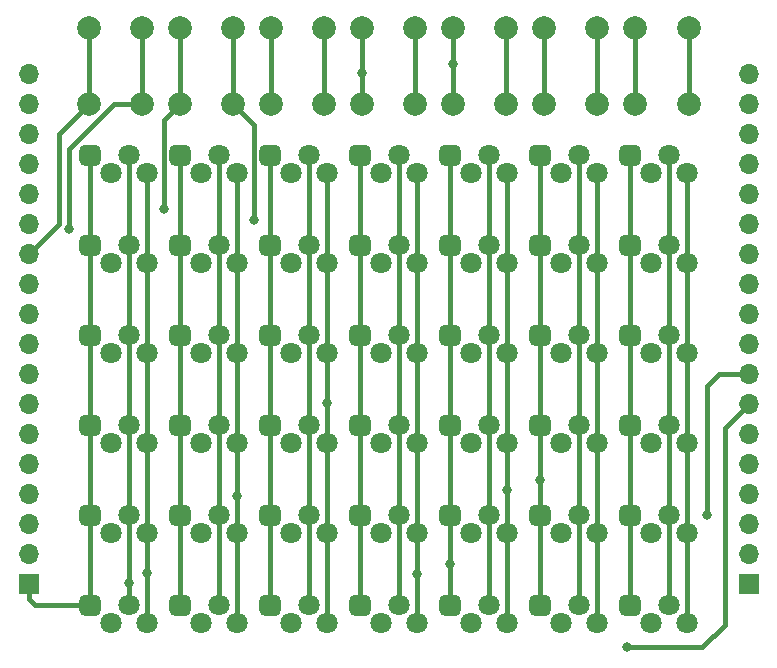
<source format=gbr>
G04 #@! TF.GenerationSoftware,KiCad,Pcbnew,5.1.6+dfsg1-1*
G04 #@! TF.CreationDate,2020-07-01T01:52:50-04:00*
G04 #@! TF.ProjectId,PCB,5043422e-6b69-4636-9164-5f7063625858,rev?*
G04 #@! TF.SameCoordinates,Original*
G04 #@! TF.FileFunction,Copper,L2,Bot*
G04 #@! TF.FilePolarity,Positive*
%FSLAX46Y46*%
G04 Gerber Fmt 4.6, Leading zero omitted, Abs format (unit mm)*
G04 Created by KiCad (PCBNEW 5.1.6+dfsg1-1) date 2020-07-01 01:52:50*
%MOMM*%
%LPD*%
G01*
G04 APERTURE LIST*
G04 #@! TA.AperFunction,ComponentPad*
%ADD10C,2.000000*%
G04 #@! TD*
G04 #@! TA.AperFunction,ComponentPad*
%ADD11O,1.700000X1.700000*%
G04 #@! TD*
G04 #@! TA.AperFunction,ComponentPad*
%ADD12R,1.700000X1.700000*%
G04 #@! TD*
G04 #@! TA.AperFunction,ComponentPad*
%ADD13C,1.800000*%
G04 #@! TD*
G04 #@! TA.AperFunction,ViaPad*
%ADD14C,0.800000*%
G04 #@! TD*
G04 #@! TA.AperFunction,Conductor*
%ADD15C,0.381000*%
G04 #@! TD*
G04 APERTURE END LIST*
D10*
X236800000Y-53190000D03*
X241300000Y-53190000D03*
X236800000Y-59690000D03*
X241300000Y-59690000D03*
X229083330Y-53190000D03*
X233583330Y-53190000D03*
X229083330Y-59690000D03*
X233583330Y-59690000D03*
X221366664Y-53190000D03*
X225866664Y-53190000D03*
X221366664Y-59690000D03*
X225866664Y-59690000D03*
X213649998Y-53190000D03*
X218149998Y-53190000D03*
X213649998Y-59690000D03*
X218149998Y-59690000D03*
X205933332Y-53190000D03*
X210433332Y-53190000D03*
X205933332Y-59690000D03*
X210433332Y-59690000D03*
X198216666Y-53190000D03*
X202716666Y-53190000D03*
X198216666Y-59690000D03*
X202716666Y-59690000D03*
X190500000Y-53190000D03*
X195000000Y-53190000D03*
X190500000Y-59690000D03*
X195000000Y-59690000D03*
D11*
X246380000Y-57150000D03*
X246380000Y-59690000D03*
X246380000Y-62230000D03*
X246380000Y-64770000D03*
X246380000Y-67310000D03*
X246380000Y-69850000D03*
X246380000Y-72390000D03*
X246380000Y-74930000D03*
X246380000Y-77470000D03*
X246380000Y-80010000D03*
X246380000Y-82550000D03*
X246380000Y-85090000D03*
X246380000Y-87630000D03*
X246380000Y-90170000D03*
X246380000Y-92710000D03*
X246380000Y-95250000D03*
X246380000Y-97790000D03*
D12*
X246380000Y-100330000D03*
X185420000Y-100330000D03*
D11*
X185420000Y-97790000D03*
X185420000Y-95250000D03*
X185420000Y-92710000D03*
X185420000Y-90170000D03*
X185420000Y-87630000D03*
X185420000Y-85090000D03*
X185420000Y-82550000D03*
X185420000Y-80010000D03*
X185420000Y-77470000D03*
X185420000Y-74930000D03*
X185420000Y-72390000D03*
X185420000Y-69850000D03*
X185420000Y-67310000D03*
X185420000Y-64770000D03*
X185420000Y-62230000D03*
X185420000Y-59690000D03*
X185420000Y-57150000D03*
G04 #@! TA.AperFunction,ComponentPad*
G36*
G01*
X204967000Y-102558000D02*
X204967000Y-101658000D01*
G75*
G02*
X205417000Y-101208000I450000J0D01*
G01*
X206317000Y-101208000D01*
G75*
G02*
X206767000Y-101658000I0J-450000D01*
G01*
X206767000Y-102558000D01*
G75*
G02*
X206317000Y-103008000I-450000J0D01*
G01*
X205417000Y-103008000D01*
G75*
G02*
X204967000Y-102558000I0J450000D01*
G01*
G37*
G04 #@! TD.AperFunction*
D13*
X207645000Y-103632000D03*
X209169000Y-102108000D03*
X210693000Y-103632000D03*
G04 #@! TA.AperFunction,ComponentPad*
G36*
G01*
X235447000Y-102558000D02*
X235447000Y-101658000D01*
G75*
G02*
X235897000Y-101208000I450000J0D01*
G01*
X236797000Y-101208000D01*
G75*
G02*
X237247000Y-101658000I0J-450000D01*
G01*
X237247000Y-102558000D01*
G75*
G02*
X236797000Y-103008000I-450000J0D01*
G01*
X235897000Y-103008000D01*
G75*
G02*
X235447000Y-102558000I0J450000D01*
G01*
G37*
G04 #@! TD.AperFunction*
X238125000Y-103632000D03*
X239649000Y-102108000D03*
X241173000Y-103632000D03*
G04 #@! TA.AperFunction,ComponentPad*
G36*
G01*
X227827000Y-102558000D02*
X227827000Y-101658000D01*
G75*
G02*
X228277000Y-101208000I450000J0D01*
G01*
X229177000Y-101208000D01*
G75*
G02*
X229627000Y-101658000I0J-450000D01*
G01*
X229627000Y-102558000D01*
G75*
G02*
X229177000Y-103008000I-450000J0D01*
G01*
X228277000Y-103008000D01*
G75*
G02*
X227827000Y-102558000I0J450000D01*
G01*
G37*
G04 #@! TD.AperFunction*
X230505000Y-103632000D03*
X232029000Y-102108000D03*
X233553000Y-103632000D03*
G04 #@! TA.AperFunction,ComponentPad*
G36*
G01*
X220207000Y-102558000D02*
X220207000Y-101658000D01*
G75*
G02*
X220657000Y-101208000I450000J0D01*
G01*
X221557000Y-101208000D01*
G75*
G02*
X222007000Y-101658000I0J-450000D01*
G01*
X222007000Y-102558000D01*
G75*
G02*
X221557000Y-103008000I-450000J0D01*
G01*
X220657000Y-103008000D01*
G75*
G02*
X220207000Y-102558000I0J450000D01*
G01*
G37*
G04 #@! TD.AperFunction*
X222885000Y-103632000D03*
X224409000Y-102108000D03*
X225933000Y-103632000D03*
G04 #@! TA.AperFunction,ComponentPad*
G36*
G01*
X212587000Y-102558000D02*
X212587000Y-101658000D01*
G75*
G02*
X213037000Y-101208000I450000J0D01*
G01*
X213937000Y-101208000D01*
G75*
G02*
X214387000Y-101658000I0J-450000D01*
G01*
X214387000Y-102558000D01*
G75*
G02*
X213937000Y-103008000I-450000J0D01*
G01*
X213037000Y-103008000D01*
G75*
G02*
X212587000Y-102558000I0J450000D01*
G01*
G37*
G04 #@! TD.AperFunction*
X215265000Y-103632000D03*
X216789000Y-102108000D03*
X218313000Y-103632000D03*
G04 #@! TA.AperFunction,ComponentPad*
G36*
G01*
X197347000Y-102558000D02*
X197347000Y-101658000D01*
G75*
G02*
X197797000Y-101208000I450000J0D01*
G01*
X198697000Y-101208000D01*
G75*
G02*
X199147000Y-101658000I0J-450000D01*
G01*
X199147000Y-102558000D01*
G75*
G02*
X198697000Y-103008000I-450000J0D01*
G01*
X197797000Y-103008000D01*
G75*
G02*
X197347000Y-102558000I0J450000D01*
G01*
G37*
G04 #@! TD.AperFunction*
X200025000Y-103632000D03*
X201549000Y-102108000D03*
X203073000Y-103632000D03*
G04 #@! TA.AperFunction,ComponentPad*
G36*
G01*
X189727000Y-102558000D02*
X189727000Y-101658000D01*
G75*
G02*
X190177000Y-101208000I450000J0D01*
G01*
X191077000Y-101208000D01*
G75*
G02*
X191527000Y-101658000I0J-450000D01*
G01*
X191527000Y-102558000D01*
G75*
G02*
X191077000Y-103008000I-450000J0D01*
G01*
X190177000Y-103008000D01*
G75*
G02*
X189727000Y-102558000I0J450000D01*
G01*
G37*
G04 #@! TD.AperFunction*
X192405000Y-103632000D03*
X193929000Y-102108000D03*
X195453000Y-103632000D03*
G04 #@! TA.AperFunction,ComponentPad*
G36*
G01*
X235447000Y-94938000D02*
X235447000Y-94038000D01*
G75*
G02*
X235897000Y-93588000I450000J0D01*
G01*
X236797000Y-93588000D01*
G75*
G02*
X237247000Y-94038000I0J-450000D01*
G01*
X237247000Y-94938000D01*
G75*
G02*
X236797000Y-95388000I-450000J0D01*
G01*
X235897000Y-95388000D01*
G75*
G02*
X235447000Y-94938000I0J450000D01*
G01*
G37*
G04 #@! TD.AperFunction*
X238125000Y-96012000D03*
X239649000Y-94488000D03*
X241173000Y-96012000D03*
G04 #@! TA.AperFunction,ComponentPad*
G36*
G01*
X227827000Y-94938000D02*
X227827000Y-94038000D01*
G75*
G02*
X228277000Y-93588000I450000J0D01*
G01*
X229177000Y-93588000D01*
G75*
G02*
X229627000Y-94038000I0J-450000D01*
G01*
X229627000Y-94938000D01*
G75*
G02*
X229177000Y-95388000I-450000J0D01*
G01*
X228277000Y-95388000D01*
G75*
G02*
X227827000Y-94938000I0J450000D01*
G01*
G37*
G04 #@! TD.AperFunction*
X230505000Y-96012000D03*
X232029000Y-94488000D03*
X233553000Y-96012000D03*
G04 #@! TA.AperFunction,ComponentPad*
G36*
G01*
X220207000Y-94938000D02*
X220207000Y-94038000D01*
G75*
G02*
X220657000Y-93588000I450000J0D01*
G01*
X221557000Y-93588000D01*
G75*
G02*
X222007000Y-94038000I0J-450000D01*
G01*
X222007000Y-94938000D01*
G75*
G02*
X221557000Y-95388000I-450000J0D01*
G01*
X220657000Y-95388000D01*
G75*
G02*
X220207000Y-94938000I0J450000D01*
G01*
G37*
G04 #@! TD.AperFunction*
X222885000Y-96012000D03*
X224409000Y-94488000D03*
X225933000Y-96012000D03*
G04 #@! TA.AperFunction,ComponentPad*
G36*
G01*
X212587000Y-94938000D02*
X212587000Y-94038000D01*
G75*
G02*
X213037000Y-93588000I450000J0D01*
G01*
X213937000Y-93588000D01*
G75*
G02*
X214387000Y-94038000I0J-450000D01*
G01*
X214387000Y-94938000D01*
G75*
G02*
X213937000Y-95388000I-450000J0D01*
G01*
X213037000Y-95388000D01*
G75*
G02*
X212587000Y-94938000I0J450000D01*
G01*
G37*
G04 #@! TD.AperFunction*
X215265000Y-96012000D03*
X216789000Y-94488000D03*
X218313000Y-96012000D03*
G04 #@! TA.AperFunction,ComponentPad*
G36*
G01*
X204967000Y-94938000D02*
X204967000Y-94038000D01*
G75*
G02*
X205417000Y-93588000I450000J0D01*
G01*
X206317000Y-93588000D01*
G75*
G02*
X206767000Y-94038000I0J-450000D01*
G01*
X206767000Y-94938000D01*
G75*
G02*
X206317000Y-95388000I-450000J0D01*
G01*
X205417000Y-95388000D01*
G75*
G02*
X204967000Y-94938000I0J450000D01*
G01*
G37*
G04 #@! TD.AperFunction*
X207645000Y-96012000D03*
X209169000Y-94488000D03*
X210693000Y-96012000D03*
G04 #@! TA.AperFunction,ComponentPad*
G36*
G01*
X197347000Y-94938000D02*
X197347000Y-94038000D01*
G75*
G02*
X197797000Y-93588000I450000J0D01*
G01*
X198697000Y-93588000D01*
G75*
G02*
X199147000Y-94038000I0J-450000D01*
G01*
X199147000Y-94938000D01*
G75*
G02*
X198697000Y-95388000I-450000J0D01*
G01*
X197797000Y-95388000D01*
G75*
G02*
X197347000Y-94938000I0J450000D01*
G01*
G37*
G04 #@! TD.AperFunction*
X200025000Y-96012000D03*
X201549000Y-94488000D03*
X203073000Y-96012000D03*
G04 #@! TA.AperFunction,ComponentPad*
G36*
G01*
X189727000Y-94938000D02*
X189727000Y-94038000D01*
G75*
G02*
X190177000Y-93588000I450000J0D01*
G01*
X191077000Y-93588000D01*
G75*
G02*
X191527000Y-94038000I0J-450000D01*
G01*
X191527000Y-94938000D01*
G75*
G02*
X191077000Y-95388000I-450000J0D01*
G01*
X190177000Y-95388000D01*
G75*
G02*
X189727000Y-94938000I0J450000D01*
G01*
G37*
G04 #@! TD.AperFunction*
X192405000Y-96012000D03*
X193929000Y-94488000D03*
X195453000Y-96012000D03*
G04 #@! TA.AperFunction,ComponentPad*
G36*
G01*
X235447000Y-87318000D02*
X235447000Y-86418000D01*
G75*
G02*
X235897000Y-85968000I450000J0D01*
G01*
X236797000Y-85968000D01*
G75*
G02*
X237247000Y-86418000I0J-450000D01*
G01*
X237247000Y-87318000D01*
G75*
G02*
X236797000Y-87768000I-450000J0D01*
G01*
X235897000Y-87768000D01*
G75*
G02*
X235447000Y-87318000I0J450000D01*
G01*
G37*
G04 #@! TD.AperFunction*
X238125000Y-88392000D03*
X239649000Y-86868000D03*
X241173000Y-88392000D03*
G04 #@! TA.AperFunction,ComponentPad*
G36*
G01*
X227827000Y-87318000D02*
X227827000Y-86418000D01*
G75*
G02*
X228277000Y-85968000I450000J0D01*
G01*
X229177000Y-85968000D01*
G75*
G02*
X229627000Y-86418000I0J-450000D01*
G01*
X229627000Y-87318000D01*
G75*
G02*
X229177000Y-87768000I-450000J0D01*
G01*
X228277000Y-87768000D01*
G75*
G02*
X227827000Y-87318000I0J450000D01*
G01*
G37*
G04 #@! TD.AperFunction*
X230505000Y-88392000D03*
X232029000Y-86868000D03*
X233553000Y-88392000D03*
G04 #@! TA.AperFunction,ComponentPad*
G36*
G01*
X220207000Y-87318000D02*
X220207000Y-86418000D01*
G75*
G02*
X220657000Y-85968000I450000J0D01*
G01*
X221557000Y-85968000D01*
G75*
G02*
X222007000Y-86418000I0J-450000D01*
G01*
X222007000Y-87318000D01*
G75*
G02*
X221557000Y-87768000I-450000J0D01*
G01*
X220657000Y-87768000D01*
G75*
G02*
X220207000Y-87318000I0J450000D01*
G01*
G37*
G04 #@! TD.AperFunction*
X222885000Y-88392000D03*
X224409000Y-86868000D03*
X225933000Y-88392000D03*
G04 #@! TA.AperFunction,ComponentPad*
G36*
G01*
X212587000Y-87318000D02*
X212587000Y-86418000D01*
G75*
G02*
X213037000Y-85968000I450000J0D01*
G01*
X213937000Y-85968000D01*
G75*
G02*
X214387000Y-86418000I0J-450000D01*
G01*
X214387000Y-87318000D01*
G75*
G02*
X213937000Y-87768000I-450000J0D01*
G01*
X213037000Y-87768000D01*
G75*
G02*
X212587000Y-87318000I0J450000D01*
G01*
G37*
G04 #@! TD.AperFunction*
X215265000Y-88392000D03*
X216789000Y-86868000D03*
X218313000Y-88392000D03*
G04 #@! TA.AperFunction,ComponentPad*
G36*
G01*
X204967000Y-87318000D02*
X204967000Y-86418000D01*
G75*
G02*
X205417000Y-85968000I450000J0D01*
G01*
X206317000Y-85968000D01*
G75*
G02*
X206767000Y-86418000I0J-450000D01*
G01*
X206767000Y-87318000D01*
G75*
G02*
X206317000Y-87768000I-450000J0D01*
G01*
X205417000Y-87768000D01*
G75*
G02*
X204967000Y-87318000I0J450000D01*
G01*
G37*
G04 #@! TD.AperFunction*
X207645000Y-88392000D03*
X209169000Y-86868000D03*
X210693000Y-88392000D03*
G04 #@! TA.AperFunction,ComponentPad*
G36*
G01*
X197347000Y-87318000D02*
X197347000Y-86418000D01*
G75*
G02*
X197797000Y-85968000I450000J0D01*
G01*
X198697000Y-85968000D01*
G75*
G02*
X199147000Y-86418000I0J-450000D01*
G01*
X199147000Y-87318000D01*
G75*
G02*
X198697000Y-87768000I-450000J0D01*
G01*
X197797000Y-87768000D01*
G75*
G02*
X197347000Y-87318000I0J450000D01*
G01*
G37*
G04 #@! TD.AperFunction*
X200025000Y-88392000D03*
X201549000Y-86868000D03*
X203073000Y-88392000D03*
G04 #@! TA.AperFunction,ComponentPad*
G36*
G01*
X189727000Y-87318000D02*
X189727000Y-86418000D01*
G75*
G02*
X190177000Y-85968000I450000J0D01*
G01*
X191077000Y-85968000D01*
G75*
G02*
X191527000Y-86418000I0J-450000D01*
G01*
X191527000Y-87318000D01*
G75*
G02*
X191077000Y-87768000I-450000J0D01*
G01*
X190177000Y-87768000D01*
G75*
G02*
X189727000Y-87318000I0J450000D01*
G01*
G37*
G04 #@! TD.AperFunction*
X192405000Y-88392000D03*
X193929000Y-86868000D03*
X195453000Y-88392000D03*
G04 #@! TA.AperFunction,ComponentPad*
G36*
G01*
X235447000Y-79698000D02*
X235447000Y-78798000D01*
G75*
G02*
X235897000Y-78348000I450000J0D01*
G01*
X236797000Y-78348000D01*
G75*
G02*
X237247000Y-78798000I0J-450000D01*
G01*
X237247000Y-79698000D01*
G75*
G02*
X236797000Y-80148000I-450000J0D01*
G01*
X235897000Y-80148000D01*
G75*
G02*
X235447000Y-79698000I0J450000D01*
G01*
G37*
G04 #@! TD.AperFunction*
X238125000Y-80772000D03*
X239649000Y-79248000D03*
X241173000Y-80772000D03*
G04 #@! TA.AperFunction,ComponentPad*
G36*
G01*
X227827000Y-79698000D02*
X227827000Y-78798000D01*
G75*
G02*
X228277000Y-78348000I450000J0D01*
G01*
X229177000Y-78348000D01*
G75*
G02*
X229627000Y-78798000I0J-450000D01*
G01*
X229627000Y-79698000D01*
G75*
G02*
X229177000Y-80148000I-450000J0D01*
G01*
X228277000Y-80148000D01*
G75*
G02*
X227827000Y-79698000I0J450000D01*
G01*
G37*
G04 #@! TD.AperFunction*
X230505000Y-80772000D03*
X232029000Y-79248000D03*
X233553000Y-80772000D03*
G04 #@! TA.AperFunction,ComponentPad*
G36*
G01*
X220207000Y-79698000D02*
X220207000Y-78798000D01*
G75*
G02*
X220657000Y-78348000I450000J0D01*
G01*
X221557000Y-78348000D01*
G75*
G02*
X222007000Y-78798000I0J-450000D01*
G01*
X222007000Y-79698000D01*
G75*
G02*
X221557000Y-80148000I-450000J0D01*
G01*
X220657000Y-80148000D01*
G75*
G02*
X220207000Y-79698000I0J450000D01*
G01*
G37*
G04 #@! TD.AperFunction*
X222885000Y-80772000D03*
X224409000Y-79248000D03*
X225933000Y-80772000D03*
G04 #@! TA.AperFunction,ComponentPad*
G36*
G01*
X212587000Y-79698000D02*
X212587000Y-78798000D01*
G75*
G02*
X213037000Y-78348000I450000J0D01*
G01*
X213937000Y-78348000D01*
G75*
G02*
X214387000Y-78798000I0J-450000D01*
G01*
X214387000Y-79698000D01*
G75*
G02*
X213937000Y-80148000I-450000J0D01*
G01*
X213037000Y-80148000D01*
G75*
G02*
X212587000Y-79698000I0J450000D01*
G01*
G37*
G04 #@! TD.AperFunction*
X215265000Y-80772000D03*
X216789000Y-79248000D03*
X218313000Y-80772000D03*
G04 #@! TA.AperFunction,ComponentPad*
G36*
G01*
X204967000Y-79698000D02*
X204967000Y-78798000D01*
G75*
G02*
X205417000Y-78348000I450000J0D01*
G01*
X206317000Y-78348000D01*
G75*
G02*
X206767000Y-78798000I0J-450000D01*
G01*
X206767000Y-79698000D01*
G75*
G02*
X206317000Y-80148000I-450000J0D01*
G01*
X205417000Y-80148000D01*
G75*
G02*
X204967000Y-79698000I0J450000D01*
G01*
G37*
G04 #@! TD.AperFunction*
X207645000Y-80772000D03*
X209169000Y-79248000D03*
X210693000Y-80772000D03*
G04 #@! TA.AperFunction,ComponentPad*
G36*
G01*
X197347000Y-79698000D02*
X197347000Y-78798000D01*
G75*
G02*
X197797000Y-78348000I450000J0D01*
G01*
X198697000Y-78348000D01*
G75*
G02*
X199147000Y-78798000I0J-450000D01*
G01*
X199147000Y-79698000D01*
G75*
G02*
X198697000Y-80148000I-450000J0D01*
G01*
X197797000Y-80148000D01*
G75*
G02*
X197347000Y-79698000I0J450000D01*
G01*
G37*
G04 #@! TD.AperFunction*
X200025000Y-80772000D03*
X201549000Y-79248000D03*
X203073000Y-80772000D03*
G04 #@! TA.AperFunction,ComponentPad*
G36*
G01*
X189727000Y-79698000D02*
X189727000Y-78798000D01*
G75*
G02*
X190177000Y-78348000I450000J0D01*
G01*
X191077000Y-78348000D01*
G75*
G02*
X191527000Y-78798000I0J-450000D01*
G01*
X191527000Y-79698000D01*
G75*
G02*
X191077000Y-80148000I-450000J0D01*
G01*
X190177000Y-80148000D01*
G75*
G02*
X189727000Y-79698000I0J450000D01*
G01*
G37*
G04 #@! TD.AperFunction*
X192405000Y-80772000D03*
X193929000Y-79248000D03*
X195453000Y-80772000D03*
G04 #@! TA.AperFunction,ComponentPad*
G36*
G01*
X235447000Y-72078000D02*
X235447000Y-71178000D01*
G75*
G02*
X235897000Y-70728000I450000J0D01*
G01*
X236797000Y-70728000D01*
G75*
G02*
X237247000Y-71178000I0J-450000D01*
G01*
X237247000Y-72078000D01*
G75*
G02*
X236797000Y-72528000I-450000J0D01*
G01*
X235897000Y-72528000D01*
G75*
G02*
X235447000Y-72078000I0J450000D01*
G01*
G37*
G04 #@! TD.AperFunction*
X238125000Y-73152000D03*
X239649000Y-71628000D03*
X241173000Y-73152000D03*
G04 #@! TA.AperFunction,ComponentPad*
G36*
G01*
X227827000Y-72078000D02*
X227827000Y-71178000D01*
G75*
G02*
X228277000Y-70728000I450000J0D01*
G01*
X229177000Y-70728000D01*
G75*
G02*
X229627000Y-71178000I0J-450000D01*
G01*
X229627000Y-72078000D01*
G75*
G02*
X229177000Y-72528000I-450000J0D01*
G01*
X228277000Y-72528000D01*
G75*
G02*
X227827000Y-72078000I0J450000D01*
G01*
G37*
G04 #@! TD.AperFunction*
X230505000Y-73152000D03*
X232029000Y-71628000D03*
X233553000Y-73152000D03*
G04 #@! TA.AperFunction,ComponentPad*
G36*
G01*
X220207000Y-72078000D02*
X220207000Y-71178000D01*
G75*
G02*
X220657000Y-70728000I450000J0D01*
G01*
X221557000Y-70728000D01*
G75*
G02*
X222007000Y-71178000I0J-450000D01*
G01*
X222007000Y-72078000D01*
G75*
G02*
X221557000Y-72528000I-450000J0D01*
G01*
X220657000Y-72528000D01*
G75*
G02*
X220207000Y-72078000I0J450000D01*
G01*
G37*
G04 #@! TD.AperFunction*
X222885000Y-73152000D03*
X224409000Y-71628000D03*
X225933000Y-73152000D03*
G04 #@! TA.AperFunction,ComponentPad*
G36*
G01*
X212587000Y-72078000D02*
X212587000Y-71178000D01*
G75*
G02*
X213037000Y-70728000I450000J0D01*
G01*
X213937000Y-70728000D01*
G75*
G02*
X214387000Y-71178000I0J-450000D01*
G01*
X214387000Y-72078000D01*
G75*
G02*
X213937000Y-72528000I-450000J0D01*
G01*
X213037000Y-72528000D01*
G75*
G02*
X212587000Y-72078000I0J450000D01*
G01*
G37*
G04 #@! TD.AperFunction*
X215265000Y-73152000D03*
X216789000Y-71628000D03*
X218313000Y-73152000D03*
G04 #@! TA.AperFunction,ComponentPad*
G36*
G01*
X204967000Y-72078000D02*
X204967000Y-71178000D01*
G75*
G02*
X205417000Y-70728000I450000J0D01*
G01*
X206317000Y-70728000D01*
G75*
G02*
X206767000Y-71178000I0J-450000D01*
G01*
X206767000Y-72078000D01*
G75*
G02*
X206317000Y-72528000I-450000J0D01*
G01*
X205417000Y-72528000D01*
G75*
G02*
X204967000Y-72078000I0J450000D01*
G01*
G37*
G04 #@! TD.AperFunction*
X207645000Y-73152000D03*
X209169000Y-71628000D03*
X210693000Y-73152000D03*
G04 #@! TA.AperFunction,ComponentPad*
G36*
G01*
X197347000Y-72078000D02*
X197347000Y-71178000D01*
G75*
G02*
X197797000Y-70728000I450000J0D01*
G01*
X198697000Y-70728000D01*
G75*
G02*
X199147000Y-71178000I0J-450000D01*
G01*
X199147000Y-72078000D01*
G75*
G02*
X198697000Y-72528000I-450000J0D01*
G01*
X197797000Y-72528000D01*
G75*
G02*
X197347000Y-72078000I0J450000D01*
G01*
G37*
G04 #@! TD.AperFunction*
X200025000Y-73152000D03*
X201549000Y-71628000D03*
X203073000Y-73152000D03*
G04 #@! TA.AperFunction,ComponentPad*
G36*
G01*
X189727000Y-72078000D02*
X189727000Y-71178000D01*
G75*
G02*
X190177000Y-70728000I450000J0D01*
G01*
X191077000Y-70728000D01*
G75*
G02*
X191527000Y-71178000I0J-450000D01*
G01*
X191527000Y-72078000D01*
G75*
G02*
X191077000Y-72528000I-450000J0D01*
G01*
X190177000Y-72528000D01*
G75*
G02*
X189727000Y-72078000I0J450000D01*
G01*
G37*
G04 #@! TD.AperFunction*
X192405000Y-73152000D03*
X193929000Y-71628000D03*
X195453000Y-73152000D03*
G04 #@! TA.AperFunction,ComponentPad*
G36*
G01*
X235447000Y-64458000D02*
X235447000Y-63558000D01*
G75*
G02*
X235897000Y-63108000I450000J0D01*
G01*
X236797000Y-63108000D01*
G75*
G02*
X237247000Y-63558000I0J-450000D01*
G01*
X237247000Y-64458000D01*
G75*
G02*
X236797000Y-64908000I-450000J0D01*
G01*
X235897000Y-64908000D01*
G75*
G02*
X235447000Y-64458000I0J450000D01*
G01*
G37*
G04 #@! TD.AperFunction*
X238125000Y-65532000D03*
X239649000Y-64008000D03*
X241173000Y-65532000D03*
G04 #@! TA.AperFunction,ComponentPad*
G36*
G01*
X227827000Y-64458000D02*
X227827000Y-63558000D01*
G75*
G02*
X228277000Y-63108000I450000J0D01*
G01*
X229177000Y-63108000D01*
G75*
G02*
X229627000Y-63558000I0J-450000D01*
G01*
X229627000Y-64458000D01*
G75*
G02*
X229177000Y-64908000I-450000J0D01*
G01*
X228277000Y-64908000D01*
G75*
G02*
X227827000Y-64458000I0J450000D01*
G01*
G37*
G04 #@! TD.AperFunction*
X230505000Y-65532000D03*
X232029000Y-64008000D03*
X233553000Y-65532000D03*
G04 #@! TA.AperFunction,ComponentPad*
G36*
G01*
X220207000Y-64458000D02*
X220207000Y-63558000D01*
G75*
G02*
X220657000Y-63108000I450000J0D01*
G01*
X221557000Y-63108000D01*
G75*
G02*
X222007000Y-63558000I0J-450000D01*
G01*
X222007000Y-64458000D01*
G75*
G02*
X221557000Y-64908000I-450000J0D01*
G01*
X220657000Y-64908000D01*
G75*
G02*
X220207000Y-64458000I0J450000D01*
G01*
G37*
G04 #@! TD.AperFunction*
X222885000Y-65532000D03*
X224409000Y-64008000D03*
X225933000Y-65532000D03*
G04 #@! TA.AperFunction,ComponentPad*
G36*
G01*
X212587000Y-64458000D02*
X212587000Y-63558000D01*
G75*
G02*
X213037000Y-63108000I450000J0D01*
G01*
X213937000Y-63108000D01*
G75*
G02*
X214387000Y-63558000I0J-450000D01*
G01*
X214387000Y-64458000D01*
G75*
G02*
X213937000Y-64908000I-450000J0D01*
G01*
X213037000Y-64908000D01*
G75*
G02*
X212587000Y-64458000I0J450000D01*
G01*
G37*
G04 #@! TD.AperFunction*
X215265000Y-65532000D03*
X216789000Y-64008000D03*
X218313000Y-65532000D03*
G04 #@! TA.AperFunction,ComponentPad*
G36*
G01*
X204967000Y-64458000D02*
X204967000Y-63558000D01*
G75*
G02*
X205417000Y-63108000I450000J0D01*
G01*
X206317000Y-63108000D01*
G75*
G02*
X206767000Y-63558000I0J-450000D01*
G01*
X206767000Y-64458000D01*
G75*
G02*
X206317000Y-64908000I-450000J0D01*
G01*
X205417000Y-64908000D01*
G75*
G02*
X204967000Y-64458000I0J450000D01*
G01*
G37*
G04 #@! TD.AperFunction*
X207645000Y-65532000D03*
X209169000Y-64008000D03*
X210693000Y-65532000D03*
G04 #@! TA.AperFunction,ComponentPad*
G36*
G01*
X197347000Y-64458000D02*
X197347000Y-63558000D01*
G75*
G02*
X197797000Y-63108000I450000J0D01*
G01*
X198697000Y-63108000D01*
G75*
G02*
X199147000Y-63558000I0J-450000D01*
G01*
X199147000Y-64458000D01*
G75*
G02*
X198697000Y-64908000I-450000J0D01*
G01*
X197797000Y-64908000D01*
G75*
G02*
X197347000Y-64458000I0J450000D01*
G01*
G37*
G04 #@! TD.AperFunction*
X200025000Y-65532000D03*
X201549000Y-64008000D03*
X203073000Y-65532000D03*
G04 #@! TA.AperFunction,ComponentPad*
G36*
G01*
X189727000Y-64458000D02*
X189727000Y-63558000D01*
G75*
G02*
X190177000Y-63108000I450000J0D01*
G01*
X191077000Y-63108000D01*
G75*
G02*
X191527000Y-63558000I0J-450000D01*
G01*
X191527000Y-64458000D01*
G75*
G02*
X191077000Y-64908000I-450000J0D01*
G01*
X190177000Y-64908000D01*
G75*
G02*
X189727000Y-64458000I0J450000D01*
G01*
G37*
G04 #@! TD.AperFunction*
X192405000Y-65532000D03*
X193929000Y-64008000D03*
X195453000Y-65532000D03*
D14*
X242824000Y-94488000D03*
X236093000Y-105664000D03*
X221107000Y-98647300D03*
X218313000Y-99441000D03*
X210693000Y-84963000D03*
X203073000Y-92837000D03*
X195453000Y-99345700D03*
X193929000Y-100203000D03*
X228727000Y-91535300D03*
X225933000Y-92329000D03*
X221361000Y-56260998D03*
X213614000Y-57054710D03*
X196850000Y-68580000D03*
X204470000Y-69469000D03*
X188849000Y-70231000D03*
D15*
X246380000Y-82550000D02*
X243840000Y-82550000D01*
X243840000Y-82550000D02*
X242824000Y-83566000D01*
X242824000Y-83566000D02*
X242824000Y-94488000D01*
X246380000Y-85090000D02*
X244348000Y-87122000D01*
X244348000Y-87122000D02*
X244348000Y-103759000D01*
X244348000Y-103759000D02*
X242443000Y-105664000D01*
X242443000Y-105664000D02*
X236093000Y-105664000D01*
X224409000Y-102108000D02*
X224409000Y-64008000D01*
X221107000Y-64908000D02*
X221107000Y-102108000D01*
X221107000Y-64008000D02*
X221107000Y-64908000D01*
X218313000Y-103632000D02*
X218313000Y-99441000D01*
X218313000Y-99441000D02*
X218313000Y-65532000D01*
X216789000Y-64008000D02*
X216789000Y-102108000D01*
X213487000Y-102108000D02*
X213487000Y-64008000D01*
X210693000Y-65532000D02*
X210693000Y-84963000D01*
X210693000Y-84963000D02*
X210693000Y-103632000D01*
X209169000Y-64008000D02*
X209169000Y-102108000D01*
X205867000Y-101208000D02*
X205867000Y-64008000D01*
X205867000Y-102108000D02*
X205867000Y-101208000D01*
X203073000Y-65532000D02*
X203073000Y-92837000D01*
X203073000Y-92837000D02*
X203073000Y-103632000D01*
X201549000Y-102108000D02*
X201549000Y-64008000D01*
X198247000Y-64008000D02*
X198247000Y-102108000D01*
X195453000Y-103632000D02*
X195453000Y-65532000D01*
X193929000Y-65141322D02*
X193929000Y-64008000D01*
X193929000Y-102108000D02*
X193929000Y-100203000D01*
X193929000Y-100203000D02*
X193929000Y-65141322D01*
X190627000Y-64008000D02*
X190627000Y-102108000D01*
X189727000Y-102108000D02*
X190627000Y-102108000D01*
X185967000Y-102108000D02*
X189727000Y-102108000D01*
X185420000Y-101561000D02*
X185967000Y-102108000D01*
X185420000Y-100330000D02*
X185420000Y-101561000D01*
X241173000Y-103632000D02*
X241173000Y-65532000D01*
X239649000Y-64008000D02*
X239649000Y-102108000D01*
X236347000Y-102108000D02*
X236347000Y-64008000D01*
X233553000Y-103632000D02*
X233553000Y-65532000D01*
X232029000Y-102108000D02*
X232029000Y-64008000D01*
X228727000Y-101208000D02*
X228727000Y-64008000D01*
X228727000Y-102108000D02*
X228727000Y-101208000D01*
X225933000Y-92202000D02*
X225933000Y-92329000D01*
X225933000Y-103632000D02*
X225933000Y-92329000D01*
X225933000Y-65532000D02*
X225933000Y-92202000D01*
X236800000Y-53317000D02*
X236673000Y-53190000D01*
X236800000Y-59563000D02*
X236800000Y-53317000D01*
X236673000Y-59690000D02*
X236800000Y-59563000D01*
X228977500Y-59690000D02*
X229083330Y-59690000D01*
X229083330Y-53295830D02*
X228977500Y-53190000D01*
X229083330Y-59690000D02*
X229083330Y-53295830D01*
X221361000Y-53269000D02*
X221361000Y-56260998D01*
X221282000Y-59690000D02*
X221361000Y-59611000D01*
X221361000Y-59611000D02*
X221361000Y-56260998D01*
X221282000Y-53190000D02*
X221361000Y-53269000D01*
X213586500Y-53190000D02*
X213614000Y-53217500D01*
X213614000Y-59662500D02*
X213614000Y-57054710D01*
X213586500Y-59690000D02*
X213614000Y-59662500D01*
X213614000Y-53217500D02*
X213614000Y-57054710D01*
X205933332Y-53232332D02*
X205891000Y-53190000D01*
X205933332Y-59647668D02*
X205933332Y-53232332D01*
X205891000Y-59690000D02*
X205933332Y-59647668D01*
X198216666Y-59668834D02*
X196850000Y-61035500D01*
X196850000Y-61035500D02*
X196850000Y-68580000D01*
X198216666Y-53211166D02*
X198216666Y-59668834D01*
X198195500Y-53190000D02*
X198216666Y-53211166D01*
X190500000Y-58275787D02*
X190500000Y-53190000D01*
X190500000Y-59690000D02*
X190500000Y-58275787D01*
X189500001Y-60689999D02*
X190500000Y-59690000D01*
X187960000Y-62230000D02*
X189500001Y-60689999D01*
X185420000Y-72390000D02*
X187960000Y-69850000D01*
X187960000Y-69850000D02*
X187960000Y-62230000D01*
X192628406Y-59690000D02*
X188849000Y-63469406D01*
X188849000Y-69665315D02*
X188849000Y-70231000D01*
X195000000Y-59690000D02*
X192628406Y-59690000D01*
X188849000Y-63469406D02*
X188849000Y-69665315D01*
X241300000Y-53317000D02*
X241173000Y-53190000D01*
X241300000Y-59563000D02*
X241300000Y-53317000D01*
X241173000Y-59690000D02*
X241300000Y-59563000D01*
X195000000Y-59690000D02*
X195000000Y-53190000D01*
X210433332Y-53232332D02*
X210391000Y-53190000D01*
X210433332Y-59647668D02*
X210433332Y-53232332D01*
X210391000Y-59690000D02*
X210433332Y-59647668D01*
X202695500Y-59690000D02*
X202695500Y-58275787D01*
X204470000Y-61464500D02*
X202695500Y-59690000D01*
X202695500Y-58275787D02*
X202695500Y-53190000D01*
X204470000Y-69469000D02*
X204470000Y-61464500D01*
X218149998Y-53253498D02*
X218086500Y-53190000D01*
X218149998Y-59626502D02*
X218149998Y-53253498D01*
X218086500Y-59690000D02*
X218149998Y-59626502D01*
X225866664Y-53274664D02*
X225782000Y-53190000D01*
X225866664Y-59690000D02*
X225866664Y-53274664D01*
X225782000Y-59690000D02*
X225866664Y-59690000D01*
X233583330Y-53295830D02*
X233477500Y-53190000D01*
X233583330Y-59584170D02*
X233583330Y-53295830D01*
X233477500Y-59690000D02*
X233583330Y-59584170D01*
M02*

</source>
